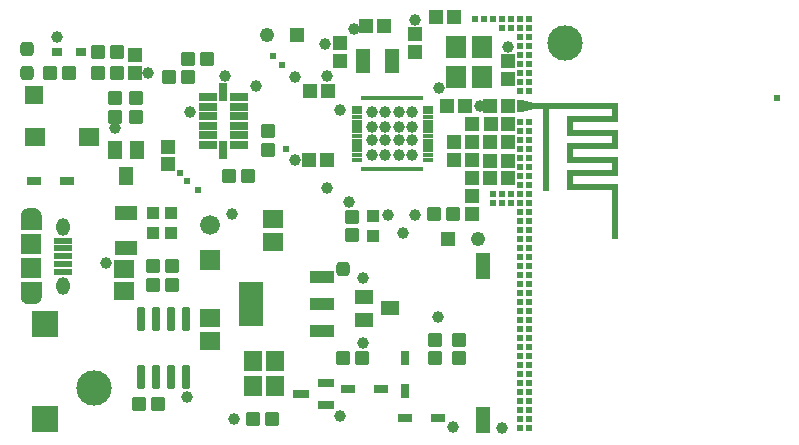
<source format=gbr>
G04*
G04 #@! TF.GenerationSoftware,Altium Limited,Altium Designer,24.8.2 (39)*
G04*
G04 Layer_Color=8388736*
%FSLAX44Y44*%
%MOMM*%
G71*
G04*
G04 #@! TF.SameCoordinates,090D7C54-D181-4F83-8BE1-2E2D76EF1379*
G04*
G04*
G04 #@! TF.FilePolarity,Negative*
G04*
G01*
G75*
G04:AMPARAMS|DCode=14|XSize=1.97mm|YSize=0.6mm|CornerRadius=0.075mm|HoleSize=0mm|Usage=FLASHONLY|Rotation=90.000|XOffset=0mm|YOffset=0mm|HoleType=Round|Shape=RoundedRectangle|*
%AMROUNDEDRECTD14*
21,1,1.9700,0.4500,0,0,90.0*
21,1,1.8200,0.6000,0,0,90.0*
1,1,0.1500,0.2250,0.9100*
1,1,0.1500,0.2250,-0.9100*
1,1,0.1500,-0.2250,-0.9100*
1,1,0.1500,-0.2250,0.9100*
%
%ADD14ROUNDEDRECTD14*%
%ADD46R,1.1732X1.1432*%
%ADD47R,1.1732X1.2032*%
%ADD48R,1.1432X1.1732*%
G04:AMPARAMS|DCode=49|XSize=1.1432mm|YSize=1.2232mm|CornerRadius=0.1956mm|HoleSize=0mm|Usage=FLASHONLY|Rotation=270.000|XOffset=0mm|YOffset=0mm|HoleType=Round|Shape=RoundedRectangle|*
%AMROUNDEDRECTD49*
21,1,1.1432,0.8320,0,0,270.0*
21,1,0.7520,1.2232,0,0,270.0*
1,1,0.3912,-0.4160,-0.3760*
1,1,0.3912,-0.4160,0.3760*
1,1,0.3912,0.4160,0.3760*
1,1,0.3912,0.4160,-0.3760*
%
%ADD49ROUNDEDRECTD49*%
%ADD50R,1.0032X1.0032*%
G04:AMPARAMS|DCode=51|XSize=1.1432mm|YSize=1.2232mm|CornerRadius=0.1956mm|HoleSize=0mm|Usage=FLASHONLY|Rotation=0.000|XOffset=0mm|YOffset=0mm|HoleType=Round|Shape=RoundedRectangle|*
%AMROUNDEDRECTD51*
21,1,1.1432,0.8320,0,0,0.0*
21,1,0.7520,1.2232,0,0,0.0*
1,1,0.3912,0.3760,-0.4160*
1,1,0.3912,-0.3760,-0.4160*
1,1,0.3912,-0.3760,0.4160*
1,1,0.3912,0.3760,0.4160*
%
%ADD51ROUNDEDRECTD51*%
%ADD52R,1.7032X1.5032*%
%ADD53R,1.5032X1.5032*%
%ADD54R,1.2532X0.8032*%
%ADD55R,1.7032X1.5032*%
%ADD56R,1.7532X1.7032*%
%ADD57R,1.5532X0.6032*%
%ADD58R,0.8032X1.2532*%
%ADD59R,1.2032X2.2032*%
%ADD60R,1.6032X1.2032*%
%ADD61R,1.4332X0.8032*%
%ADD62R,1.5032X1.7032*%
%ADD63R,0.7100X1.6000*%
%ADD64R,1.6000X0.7100*%
%ADD65R,1.7032X1.9032*%
%ADD66R,1.2954X2.1082*%
%ADD67R,0.9032X0.7032*%
%ADD68R,1.2032X1.6032*%
%ADD69C,3.0000*%
%ADD70R,2.0132X3.6840*%
%ADD71R,2.0132X1.0932*%
G04:AMPARAMS|DCode=72|XSize=1.2032mm|YSize=1.2032mm|CornerRadius=0.3516mm|HoleSize=0mm|Usage=FLASHONLY|Rotation=0.000|XOffset=0mm|YOffset=0mm|HoleType=Round|Shape=RoundedRectangle|*
%AMROUNDEDRECTD72*
21,1,1.2032,0.5000,0,0,0.0*
21,1,0.5000,1.2032,0,0,0.0*
1,1,0.7032,0.2500,-0.2500*
1,1,0.7032,-0.2500,-0.2500*
1,1,0.7032,-0.2500,0.2500*
1,1,0.7032,0.2500,0.2500*
%
%ADD72ROUNDEDRECTD72*%
%ADD73R,2.2032X2.2032*%
%ADD74R,1.2032X1.1732*%
%ADD75R,1.9332X1.1732*%
%ADD76C,1.6724*%
%ADD77R,1.6724X1.6724*%
%ADD78O,1.1532X1.5032*%
%ADD79R,1.2132X1.2132*%
%ADD80C,1.2132*%
%ADD81C,0.6032*%
%ADD82C,1.0032*%
G36*
X342000Y304603D02*
X333521D01*
Y304613D01*
X330000D01*
Y304596D01*
X321505D01*
Y304634D01*
X313495D01*
Y304645D01*
X310000D01*
Y304635D01*
X306000D01*
Y304592D01*
X297486D01*
Y304595D01*
X293480D01*
Y304639D01*
X289436D01*
Y308070D01*
X342000D01*
Y304603D01*
D02*
G37*
G36*
X350000Y296613D02*
X341555D01*
Y300070D01*
X350000D01*
Y296613D01*
D02*
G37*
G36*
X290000Y296603D02*
X281444D01*
Y300070D01*
X290000D01*
Y296603D01*
D02*
G37*
G36*
Y292620D02*
X281395D01*
Y296070D01*
X290000D01*
Y292620D01*
D02*
G37*
G36*
X350000Y292575D02*
X341508D01*
Y296070D01*
X350000D01*
Y292575D01*
D02*
G37*
G36*
X290000Y288595D02*
X281431D01*
Y292070D01*
X290000D01*
Y288595D01*
D02*
G37*
G36*
X350000Y288580D02*
X341520D01*
Y292070D01*
X350000D01*
Y288580D01*
D02*
G37*
G36*
X290000Y284589D02*
X281420D01*
Y288070D01*
X290000D01*
Y284589D01*
D02*
G37*
G36*
X350000Y284579D02*
X341527D01*
Y288070D01*
X350000D01*
Y284579D01*
D02*
G37*
G36*
Y280579D02*
X341557D01*
Y284070D01*
X350000D01*
Y280579D01*
D02*
G37*
G36*
X290000Y280577D02*
X281443D01*
Y284070D01*
X290000D01*
Y280577D01*
D02*
G37*
G36*
Y276571D02*
X281385D01*
Y280070D01*
X290000D01*
Y276571D01*
D02*
G37*
G36*
X350000Y276571D02*
X341560D01*
Y280070D01*
X350000D01*
Y276571D01*
D02*
G37*
G36*
X290000Y272568D02*
X281483D01*
Y276070D01*
X290000D01*
Y272568D01*
D02*
G37*
G36*
X350000Y272568D02*
X341517D01*
Y276070D01*
X350000D01*
Y272568D01*
D02*
G37*
G36*
X290000Y268564D02*
X281472D01*
Y272070D01*
X290000D01*
Y268564D01*
D02*
G37*
G36*
X350000Y268556D02*
X341548D01*
Y272070D01*
X350000D01*
Y268556D01*
D02*
G37*
G36*
X290000Y264537D02*
X281405D01*
Y268070D01*
X290000D01*
Y264537D01*
D02*
G37*
G36*
X350000Y264531D02*
X341587D01*
Y268070D01*
X350000D01*
Y264531D01*
D02*
G37*
G36*
Y260556D02*
X341524D01*
Y264070D01*
X350000D01*
Y260556D01*
D02*
G37*
G36*
X290000Y260541D02*
X281438D01*
Y264070D01*
X290000D01*
Y260541D01*
D02*
G37*
G36*
Y256512D02*
X281399D01*
Y260070D01*
X290000D01*
Y256512D01*
D02*
G37*
G36*
X350000Y256499D02*
X341592D01*
Y260070D01*
X350000D01*
Y256499D01*
D02*
G37*
G36*
X290000Y252517D02*
X281423D01*
Y256070D01*
X290000D01*
Y252517D01*
D02*
G37*
G36*
X350000Y252507D02*
X341568D01*
Y256070D01*
X350000D01*
Y252507D01*
D02*
G37*
G36*
X342000Y244528D02*
X338000D01*
Y244519D01*
X334000D01*
Y244497D01*
X330000D01*
Y244495D01*
X321514D01*
Y244516D01*
X318000D01*
Y244494D01*
X314000D01*
Y244488D01*
X305473D01*
Y244495D01*
X302000D01*
Y244484D01*
X298000D01*
Y244469D01*
X289417D01*
Y248070D01*
X342000D01*
Y244528D01*
D02*
G37*
G36*
X13220Y213000D02*
X13540Y212980D01*
X13850Y212940D01*
X14160Y212880D01*
X14460Y212810D01*
X14760Y212720D01*
X15060Y212610D01*
X15350Y212490D01*
X15630Y212360D01*
X15910Y212210D01*
X16180Y212040D01*
X16440Y211860D01*
X16690Y211670D01*
X16920Y211470D01*
X17150Y211250D01*
X17370Y211020D01*
X17570Y210790D01*
X17760Y210540D01*
X17940Y210280D01*
X18110Y210010D01*
X18260Y209730D01*
X18390Y209450D01*
X18510Y209160D01*
X18620Y208860D01*
X18710Y208560D01*
X18780Y208260D01*
X18840Y207950D01*
X18880Y207640D01*
X18900Y207320D01*
X18910Y207010D01*
Y194560D01*
X1410D01*
Y207010D01*
X1420Y207320D01*
X1440Y207640D01*
X1480Y207950D01*
X1540Y208260D01*
X1610Y208560D01*
X1700Y208860D01*
X1810Y209160D01*
X1930Y209450D01*
X2060Y209730D01*
X2210Y210010D01*
X2380Y210280D01*
X2560Y210540D01*
X2750Y210790D01*
X2950Y211020D01*
X3170Y211250D01*
X3400Y211470D01*
X3630Y211670D01*
X3880Y211860D01*
X4140Y212040D01*
X4410Y212210D01*
X4690Y212360D01*
X4970Y212490D01*
X5260Y212610D01*
X5560Y212720D01*
X5860Y212810D01*
X6160Y212880D01*
X6470Y212940D01*
X6780Y212980D01*
X7100Y213000D01*
X7410Y213010D01*
X12910D01*
X13220Y213000D01*
D02*
G37*
G36*
X435610Y302260D02*
X506730D01*
Y285750D01*
X468630D01*
Y279400D01*
X506730D01*
Y262890D01*
X468630D01*
Y256540D01*
X506730D01*
Y240030D01*
X468630D01*
Y233680D01*
X506730D01*
Y186690D01*
X501650D01*
Y228600D01*
X463550D01*
Y245110D01*
X501650D01*
Y251460D01*
X463550D01*
Y262890D01*
Y267970D01*
X501650D01*
Y274320D01*
X463550D01*
Y290830D01*
X501650D01*
Y297180D01*
X448310D01*
Y227330D01*
X443230D01*
Y297180D01*
X435610D01*
X425873Y294746D01*
X421640D01*
Y304694D01*
X425873D01*
X435610Y302260D01*
D02*
G37*
G36*
X18910Y138110D02*
X18900Y137800D01*
X18880Y137480D01*
X18840Y137170D01*
X18780Y136860D01*
X18710Y136560D01*
X18620Y136260D01*
X18510Y135960D01*
X18390Y135670D01*
X18260Y135390D01*
X18110Y135110D01*
X17940Y134840D01*
X17760Y134580D01*
X17570Y134330D01*
X17370Y134100D01*
X17150Y133870D01*
X16920Y133650D01*
X16690Y133450D01*
X16440Y133260D01*
X16180Y133080D01*
X15910Y132910D01*
X15630Y132760D01*
X15350Y132630D01*
X15060Y132510D01*
X14760Y132400D01*
X14460Y132310D01*
X14160Y132240D01*
X13850Y132180D01*
X13540Y132140D01*
X13220Y132120D01*
X12910Y132110D01*
X7410D01*
X7100Y132120D01*
X6780Y132140D01*
X6470Y132180D01*
X6160Y132240D01*
X5860Y132310D01*
X5560Y132400D01*
X5260Y132510D01*
X4970Y132630D01*
X4690Y132760D01*
X4410Y132910D01*
X4140Y133080D01*
X3880Y133260D01*
X3630Y133450D01*
X3400Y133650D01*
X3170Y133870D01*
X2950Y134100D01*
X2750Y134330D01*
X2560Y134580D01*
X2380Y134840D01*
X2210Y135110D01*
X2060Y135390D01*
X1930Y135670D01*
X1810Y135960D01*
X1700Y136260D01*
X1610Y136560D01*
X1540Y136860D01*
X1480Y137170D01*
X1440Y137480D01*
X1420Y137800D01*
X1410Y138110D01*
Y150560D01*
X18910D01*
Y138110D01*
D02*
G37*
D14*
X102870Y119350D02*
D03*
X115570D02*
D03*
X128270D02*
D03*
X140970D02*
D03*
Y69850D02*
D03*
X128270D02*
D03*
X115570D02*
D03*
X102870D02*
D03*
D46*
X398900Y252730D02*
D03*
X413900D02*
D03*
X308490Y367030D02*
D03*
X293490D02*
D03*
X398900Y238760D02*
D03*
X413900D02*
D03*
X245230Y254000D02*
D03*
X260230D02*
D03*
X246500Y312420D02*
D03*
X261500D02*
D03*
X353180Y374650D02*
D03*
X368180D02*
D03*
X362070Y299720D02*
D03*
X377070D02*
D03*
X398900D02*
D03*
X413900D02*
D03*
Y269240D02*
D03*
X398900D02*
D03*
D47*
X368300Y268970D02*
D03*
Y254270D02*
D03*
X383540Y253730D02*
D03*
Y239030D02*
D03*
D48*
Y223400D02*
D03*
Y208400D02*
D03*
X125730Y265310D02*
D03*
Y250310D02*
D03*
X97790Y342780D02*
D03*
Y327780D02*
D03*
X335280Y345560D02*
D03*
Y360560D02*
D03*
X383540Y269360D02*
D03*
Y284360D02*
D03*
X414020Y322700D02*
D03*
Y337700D02*
D03*
X271780Y337940D02*
D03*
Y352940D02*
D03*
D49*
X281940Y206020D02*
D03*
Y190220D02*
D03*
X210820Y262610D02*
D03*
Y278410D02*
D03*
X81280Y306350D02*
D03*
Y290550D02*
D03*
X99060Y306350D02*
D03*
Y290550D02*
D03*
X372110Y86080D02*
D03*
Y101880D02*
D03*
X351790Y86080D02*
D03*
Y101880D02*
D03*
X129540Y164110D02*
D03*
Y148310D02*
D03*
X113030Y164110D02*
D03*
Y148310D02*
D03*
D50*
X299720Y189870D02*
D03*
Y206370D02*
D03*
X128270Y192410D02*
D03*
Y208910D02*
D03*
X113030D02*
D03*
Y192410D02*
D03*
D51*
X193320Y240030D02*
D03*
X177520D02*
D03*
X126720Y323850D02*
D03*
X142520D02*
D03*
X143230Y339090D02*
D03*
X159030D02*
D03*
X67030Y345440D02*
D03*
X82830D02*
D03*
X67030Y327660D02*
D03*
X82830D02*
D03*
X42190D02*
D03*
X26390D02*
D03*
X213640Y34290D02*
D03*
X197840D02*
D03*
X274040Y86360D02*
D03*
X289840D02*
D03*
X351510Y208280D02*
D03*
X367310D02*
D03*
X117120Y46990D02*
D03*
X101320D02*
D03*
D52*
X58700Y273610D02*
D03*
X13700D02*
D03*
D53*
X12700Y308610D02*
D03*
D54*
X12670Y236220D02*
D03*
X40670D02*
D03*
X278100Y59690D02*
D03*
X306100D02*
D03*
X326360Y35560D02*
D03*
X354360D02*
D03*
D55*
X214630Y203810D02*
D03*
Y184810D02*
D03*
X161290Y100990D02*
D03*
Y119990D02*
D03*
X88900Y161900D02*
D03*
Y142900D02*
D03*
D56*
X10160Y162560D02*
D03*
Y182560D02*
D03*
D57*
X36910Y159560D02*
D03*
Y166060D02*
D03*
Y172560D02*
D03*
Y179060D02*
D03*
Y185560D02*
D03*
D58*
X326390Y58390D02*
D03*
Y86390D02*
D03*
D59*
X392430Y34060D02*
D03*
Y164060D02*
D03*
D60*
X291690Y137770D02*
D03*
Y118770D02*
D03*
X313690Y128270D02*
D03*
D61*
X259520Y46380D02*
D03*
Y65380D02*
D03*
X238320Y55880D02*
D03*
D62*
X216510Y62230D02*
D03*
X197510D02*
D03*
X216510Y83820D02*
D03*
X197510D02*
D03*
D63*
X172720Y311520D02*
D03*
Y262520D02*
D03*
D64*
X159720Y307020D02*
D03*
Y299020D02*
D03*
Y291020D02*
D03*
Y283020D02*
D03*
Y275020D02*
D03*
Y267020D02*
D03*
X185720Y307020D02*
D03*
Y299020D02*
D03*
Y291020D02*
D03*
Y283020D02*
D03*
Y275020D02*
D03*
Y267020D02*
D03*
D65*
X392000Y323850D02*
D03*
Y349250D02*
D03*
X370000D02*
D03*
Y323850D02*
D03*
D66*
X315722Y337820D02*
D03*
X291338D02*
D03*
D67*
X51910Y345440D02*
D03*
X31910D02*
D03*
D68*
X99670Y262460D02*
D03*
X80670D02*
D03*
X90170Y240460D02*
D03*
D69*
X63500Y60960D02*
D03*
X462280Y353060D02*
D03*
D70*
X195960Y132080D02*
D03*
D71*
X256160Y155080D02*
D03*
Y132080D02*
D03*
Y109080D02*
D03*
D72*
X274320Y161290D02*
D03*
X6350Y347980D02*
D03*
Y327660D02*
D03*
D73*
X21590Y34930D02*
D03*
Y114930D02*
D03*
D74*
X413750Y284480D02*
D03*
X399050D02*
D03*
D75*
X90170Y179510D02*
D03*
Y209110D02*
D03*
D76*
X161290Y198910D02*
D03*
D77*
Y168910D02*
D03*
D78*
X37160Y147560D02*
D03*
Y197560D02*
D03*
D79*
X363220Y186690D02*
D03*
X234950Y359410D02*
D03*
D80*
X388620Y186690D02*
D03*
X209550Y359410D02*
D03*
D81*
X151130Y228600D02*
D03*
X222250Y334010D02*
D03*
X214630Y341630D02*
D03*
X142240Y236220D02*
D03*
X135890Y242570D02*
D03*
X226060Y262890D02*
D03*
X641350Y306070D02*
D03*
X424180Y26670D02*
D03*
X431800D02*
D03*
X424180Y34290D02*
D03*
X431800D02*
D03*
X424180Y41910D02*
D03*
X431800D02*
D03*
X424180Y49530D02*
D03*
X431800D02*
D03*
X424180Y57150D02*
D03*
X431800D02*
D03*
X424180Y64770D02*
D03*
X431800D02*
D03*
X424180Y72390D02*
D03*
X431800D02*
D03*
X424180Y80010D02*
D03*
X431800D02*
D03*
X424180Y87630D02*
D03*
X431800D02*
D03*
X424180Y95250D02*
D03*
X431800D02*
D03*
X424180Y102870D02*
D03*
X431800D02*
D03*
X424180Y110490D02*
D03*
X431800D02*
D03*
X424180Y118110D02*
D03*
X431800D02*
D03*
X424180Y125730D02*
D03*
X431800D02*
D03*
X424180Y133350D02*
D03*
X431800D02*
D03*
X424180Y140970D02*
D03*
X431800D02*
D03*
X424180Y148590D02*
D03*
X431800D02*
D03*
X424180Y156210D02*
D03*
X431800D02*
D03*
X424180Y163830D02*
D03*
X431800D02*
D03*
X424180Y171450D02*
D03*
X431800D02*
D03*
X424180Y179070D02*
D03*
X431800D02*
D03*
X424180Y186690D02*
D03*
X431800D02*
D03*
X424180Y194310D02*
D03*
X431800D02*
D03*
X424180Y201930D02*
D03*
X431800D02*
D03*
X445770Y229870D02*
D03*
D03*
X431800Y209550D02*
D03*
X424180D02*
D03*
X416560Y217170D02*
D03*
X408940D02*
D03*
X401320D02*
D03*
Y224790D02*
D03*
X408940D02*
D03*
X416560D02*
D03*
X424180Y217170D02*
D03*
Y224790D02*
D03*
Y232410D02*
D03*
Y240030D02*
D03*
Y247650D02*
D03*
Y255270D02*
D03*
Y262890D02*
D03*
Y270510D02*
D03*
Y278130D02*
D03*
Y358140D02*
D03*
Y350520D02*
D03*
Y342900D02*
D03*
Y335280D02*
D03*
Y327660D02*
D03*
Y320040D02*
D03*
X386080Y373380D02*
D03*
X393700D02*
D03*
X401320D02*
D03*
X408940Y365760D02*
D03*
X416560D02*
D03*
X408940Y373380D02*
D03*
X416560D02*
D03*
X424180Y365760D02*
D03*
Y373380D02*
D03*
X431800D02*
D03*
Y365760D02*
D03*
Y358140D02*
D03*
Y350520D02*
D03*
Y217170D02*
D03*
Y224790D02*
D03*
Y232410D02*
D03*
Y240030D02*
D03*
Y247650D02*
D03*
X424180Y285750D02*
D03*
Y312420D02*
D03*
X431800Y342900D02*
D03*
Y335280D02*
D03*
Y327660D02*
D03*
Y320040D02*
D03*
Y312420D02*
D03*
Y255270D02*
D03*
Y262890D02*
D03*
Y270510D02*
D03*
Y278130D02*
D03*
Y285750D02*
D03*
D82*
X81280Y280670D02*
D03*
X312420Y207010D02*
D03*
X325120Y191770D02*
D03*
X332740Y270510D02*
D03*
Y257810D02*
D03*
X321310D02*
D03*
X309880D02*
D03*
X298450D02*
D03*
X332740Y294640D02*
D03*
X309880D02*
D03*
X298450D02*
D03*
X335280Y207010D02*
D03*
X355600Y314960D02*
D03*
X367030Y27940D02*
D03*
X408940Y26670D02*
D03*
X321310Y270510D02*
D03*
X309880D02*
D03*
X298450D02*
D03*
X332740Y281940D02*
D03*
X321310D02*
D03*
X309880D02*
D03*
X298450D02*
D03*
X321310Y294640D02*
D03*
X271780Y295910D02*
D03*
X233680Y323850D02*
D03*
X259080Y351790D02*
D03*
X260350Y325120D02*
D03*
X389890Y299720D02*
D03*
X260350Y229870D02*
D03*
X200660Y316230D02*
D03*
X173990Y325120D02*
D03*
X144780Y294640D02*
D03*
X109100Y327780D02*
D03*
X233680Y254000D02*
D03*
X279400Y218440D02*
D03*
X354330Y120650D02*
D03*
X31750Y358140D02*
D03*
X180340Y208280D02*
D03*
X290830Y99060D02*
D03*
X271780Y36830D02*
D03*
X290830Y153670D02*
D03*
X181610Y34290D02*
D03*
X335280Y372110D02*
D03*
X414020Y349250D02*
D03*
X283210Y364490D02*
D03*
X142240Y53340D02*
D03*
X73660Y166370D02*
D03*
M02*

</source>
